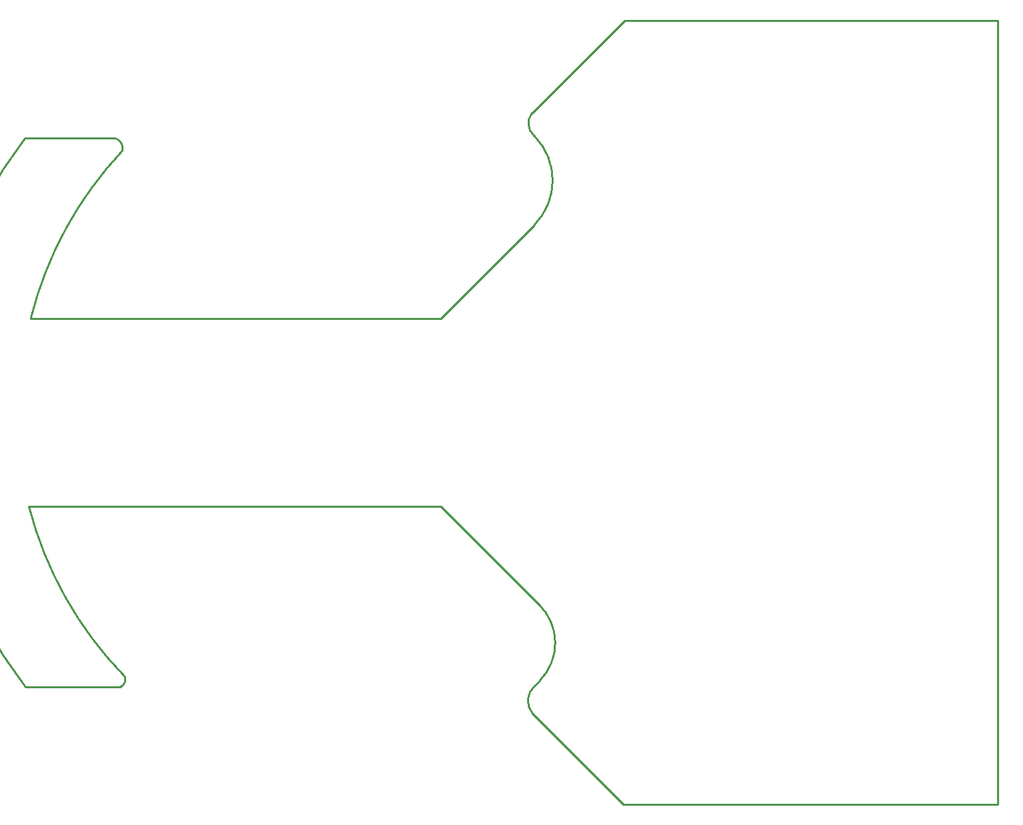
<source format=gbr>
G04*
G04 #@! TF.GenerationSoftware,Altium Limited,Altium Designer,25.5.2 (35)*
G04*
G04 Layer_Color=16711935*
%FSLAX25Y25*%
%MOIN*%
G70*
G04*
G04 #@! TF.SameCoordinates,3A6C04F0-8456-4D88-A865-9B6E00D0E649*
G04*
G04*
G04 #@! TF.FilePolarity,Positive*
G04*
G01*
G75*
%ADD10C,0.01000*%
D10*
X303000Y59500D02*
G03*
X302000Y45500I6500J-7500D01*
G01*
X305496Y62081D02*
G03*
X305336Y100174I-19126J18967D01*
G01*
X301761Y347261D02*
G03*
X302717Y335783I6217J-5261D01*
G01*
Y290906D02*
G03*
X302717Y335783I-22439J22439D01*
G01*
X47244Y334646D02*
G03*
X47244Y59055I178776J-137795D01*
G01*
X95881Y328122D02*
G03*
X50000Y244094I137934J-129854D01*
G01*
X49055Y149535D02*
G03*
X97308Y64056I183947J47479D01*
G01*
X96001Y328172D02*
G03*
X92001Y334672I-5230J1262D01*
G01*
X95013Y59055D02*
G03*
X97308Y64056I-1576J3750D01*
G01*
X303000Y59500D02*
X305496Y61996D01*
Y62081D01*
Y61996D02*
Y62081D01*
X255906Y149606D02*
X305336Y100174D01*
X301761Y347261D02*
X348201Y393701D01*
X255906Y244094D02*
X302717Y290906D01*
X535551Y0D02*
Y393701D01*
X348201D02*
X535551D01*
X49054Y149606D02*
X255906D01*
X47244Y334646D02*
X92001D01*
X47244Y59055D02*
X95013D01*
X347500Y0D02*
X535551D01*
Y51D02*
Y1000D01*
X535500Y0D02*
X535551Y51D01*
X50000Y244094D02*
X255906D01*
X302000Y45500D02*
X347500Y0D01*
M02*

</source>
